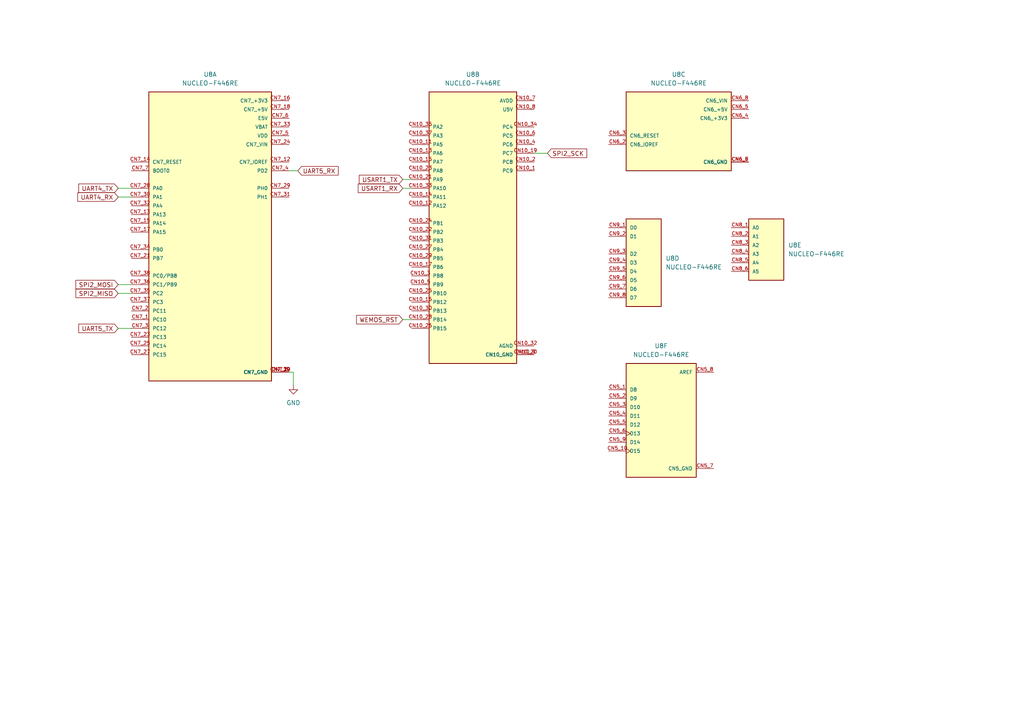
<source format=kicad_sch>
(kicad_sch (version 20231120) (generator "eeschema") (generator_version "8.0")
  (paper "A4")
  (title_block (title "MB02A1 - CPU Module") (date "2025-01-18") (rev "A1"))
  (lib_symbols
    (symbol "NUCLEO-F446RE:NUCLEO-F446RE" (pin_names (offset 1.016))
      (property "Reference" "U" (at -17.78 41.91 0))
      (property "Value" "NUCLEO-F446RE" (at -17.78 -44.45 0))
      (symbol "NUCLEO-F446RE_1_0"
        (rectangle (start -17.78 -43.18) (end 17.78 40.64) (stroke (width 0.254)) (fill (type background)))
        (pin bidirectional line (at -22.86 -25.4 0) (length 5.08) (name "PC10") (number "CN7_1"))
        (pin bidirectional line (at 22.86 20.32 180) (length 5.08) (name "CN7_IOREF") (number "CN7_12"))
        (pin bidirectional line (at -22.86 5.08 0) (length 5.08) (name "PA13") (number "CN7_13"))
        (pin bidirectional line (at -22.86 20.32 0) (length 5.08) (name "CN7_RESET") (number "CN7_14"))
        (pin bidirectional line (at -22.86 2.54 0) (length 5.08) (name "PA14") (number "CN7_15"))
        (pin power_in line (at 22.86 38.1 180) (length 5.08) (name "CN7_+3V3") (number "CN7_16"))
        (pin bidirectional line (at -22.86 0 0) (length 5.08) (name "PA15") (number "CN7_17"))
        (pin power_in line (at 22.86 35.56 180) (length 5.08) (name "CN7_+5V") (number "CN7_18"))
        (pin power_in line (at 22.86 -40.64 180) (length 5.08) (name "CN7_GND") (number "CN7_19"))
        (pin bidirectional line (at -22.86 -22.86 0) (length 5.08) (name "PC11") (number "CN7_2"))
        (pin power_in line (at 22.86 -40.64 180) (length 5.08) (name "CN7_GND") (number "CN7_20"))
        (pin bidirectional line (at -22.86 -7.62 0) (length 5.08) (name "PB7") (number "CN7_21"))
        (pin power_in line (at 22.86 -40.64 180) (length 5.08) (name "CN7_GND") (number "CN7_22"))
        (pin bidirectional line (at -22.86 -30.48 0) (length 5.08) (name "PC13") (number "CN7_23"))
        (pin power_in line (at 22.86 25.4 180) (length 5.08) (name "CN7_VIN") (number "CN7_24"))
        (pin bidirectional line (at -22.86 -33.02 0) (length 5.08) (name "PC14") (number "CN7_25"))
        (pin bidirectional line (at -22.86 -35.56 0) (length 5.08) (name "PC15") (number "CN7_27"))
        (pin bidirectional line (at -22.86 12.7 0) (length 5.08) (name "PA0") (number "CN7_28"))
        (pin bidirectional line (at 22.86 12.7 180) (length 5.08) (name "PH0") (number "CN7_29"))
        (pin bidirectional line (at -22.86 -27.94 0) (length 5.08) (name "PC12") (number "CN7_3"))
        (pin bidirectional line (at -22.86 10.16 0) (length 5.08) (name "PA1") (number "CN7_30"))
        (pin bidirectional line (at 22.86 10.16 180) (length 5.08) (name "PH1") (number "CN7_31"))
        (pin bidirectional line (at -22.86 7.62 0) (length 5.08) (name "PA4") (number "CN7_32"))
        (pin power_in line (at 22.86 30.48 180) (length 5.08) (name "VBAT") (number "CN7_33"))
        (pin bidirectional line (at -22.86 -5.08 0) (length 5.08) (name "PB0") (number "CN7_34"))
        (pin bidirectional line (at -22.86 -17.78 0) (length 5.08) (name "PC2") (number "CN7_35"))
        (pin bidirectional line (at -22.86 -15.24 0) (length 5.08) (name "PC1/PB9") (number "CN7_36"))
        (pin bidirectional line (at -22.86 -20.32 0) (length 5.08) (name "PC3") (number "CN7_37"))
        (pin bidirectional line (at -22.86 -12.7 0) (length 5.08) (name "PC0/PB8") (number "CN7_38"))
        (pin bidirectional line (at 22.86 17.78 180) (length 5.08) (name "PD2") (number "CN7_4"))
        (pin power_in line (at 22.86 27.94 180) (length 5.08) (name "VDD") (number "CN7_5"))
        (pin power_in line (at 22.86 33.02 180) (length 5.08) (name "E5V") (number "CN7_6"))
        (pin bidirectional line (at -22.86 17.78 0) (length 5.08) (name "BOOT0") (number "CN7_7"))
        (pin power_in line (at 22.86 -40.64 180) (length 5.08) (name "CN7_GND") (number "CN7_8"))
      )
      (symbol "NUCLEO-F446RE_2_0"
        (rectangle (start -12.7 -40.64) (end 12.7 38.1) (stroke (width 0.254)) (fill (type background)))
        (pin bidirectional line (at 17.78 15.24 180) (length 5.08) (name "PC9") (number "CN10_1"))
        (pin bidirectional line (at -17.78 22.86 0) (length 5.08) (name "PA5") (number "CN10_11"))
        (pin bidirectional line (at -17.78 5.08 0) (length 5.08) (name "PA12") (number "CN10_12"))
        (pin bidirectional line (at -17.78 20.32 0) (length 5.08) (name "PA6") (number "CN10_13"))
        (pin bidirectional line (at -17.78 7.62 0) (length 5.08) (name "PA11") (number "CN10_14"))
        (pin bidirectional line (at -17.78 17.78 0) (length 5.08) (name "PA7") (number "CN10_15"))
        (pin bidirectional line (at -17.78 -22.86 0) (length 5.08) (name "PB12") (number "CN10_16"))
        (pin bidirectional line (at -17.78 -12.7 0) (length 5.08) (name "PB6") (number "CN10_17"))
        (pin bidirectional line (at 17.78 20.32 180) (length 5.08) (name "PC7") (number "CN10_19"))
        (pin bidirectional line (at 17.78 17.78 180) (length 5.08) (name "PC8") (number "CN10_2"))
        (pin power_in line (at 17.78 -38.1 180) (length 5.08) (name "CN10_GND") (number "CN10_20"))
        (pin bidirectional line (at -17.78 12.7 0) (length 5.08) (name "PA9") (number "CN10_21"))
        (pin bidirectional line (at -17.78 -2.54 0) (length 5.08) (name "PB2") (number "CN10_22"))
        (pin bidirectional line (at -17.78 15.24 0) (length 5.08) (name "PA8") (number "CN10_23"))
        (pin bidirectional line (at -17.78 0 0) (length 5.08) (name "PB1") (number "CN10_24"))
        (pin bidirectional line (at -17.78 -20.32 0) (length 5.08) (name "PB10") (number "CN10_25"))
        (pin bidirectional line (at -17.78 -30.48 0) (length 5.08) (name "PB15") (number "CN10_26"))
        (pin bidirectional line (at -17.78 -7.62 0) (length 5.08) (name "PB4") (number "CN10_27"))
        (pin bidirectional line (at -17.78 -27.94 0) (length 5.08) (name "PB14") (number "CN10_28"))
        (pin bidirectional line (at -17.78 -10.16 0) (length 5.08) (name "PB5") (number "CN10_29"))
        (pin bidirectional line (at -17.78 -15.24 0) (length 5.08) (name "PB8") (number "CN10_3"))
        (pin bidirectional line (at -17.78 -25.4 0) (length 5.08) (name "PB13") (number "CN10_30"))
        (pin bidirectional line (at -17.78 -5.08 0) (length 5.08) (name "PB3") (number "CN10_31"))
        (pin power_in line (at 17.78 -35.56 180) (length 5.08) (name "AGND") (number "CN10_32"))
        (pin bidirectional line (at -17.78 10.16 0) (length 5.08) (name "PA10") (number "CN10_33"))
        (pin bidirectional line (at 17.78 27.94 180) (length 5.08) (name "PC4") (number "CN10_34"))
        (pin bidirectional line (at -17.78 27.94 0) (length 5.08) (name "PA2") (number "CN10_35"))
        (pin bidirectional line (at -17.78 25.4 0) (length 5.08) (name "PA3") (number "CN10_37"))
        (pin bidirectional line (at 17.78 22.86 180) (length 5.08) (name "PC6") (number "CN10_4"))
        (pin bidirectional line (at -17.78 -17.78 0) (length 5.08) (name "PB9") (number "CN10_5"))
        (pin bidirectional line (at 17.78 25.4 180) (length 5.08) (name "PC5") (number "CN10_6"))
        (pin power_in line (at 17.78 35.56 180) (length 5.08) (name "AVDD") (number "CN10_7"))
        (pin power_in line (at 17.78 33.02 180) (length 5.08) (name "U5V") (number "CN10_8"))
        (pin power_in line (at 17.78 -38.1 180) (length 5.08) (name "CN10_GND") (number "CN10_9"))
      )
      (symbol "NUCLEO-F446RE_3_0"
        (rectangle (start -15.24 -12.7) (end 15.24 10.16) (stroke (width 0.254)) (fill (type background)))
        (pin bidirectional line (at -20.32 -5.08 0) (length 5.08) (name "CN6_IOREF") (number "CN6_2"))
        (pin bidirectional line (at -20.32 -2.54 0) (length 5.08) (name "CN6_RESET") (number "CN6_3"))
        (pin power_in line (at 20.32 2.54 180) (length 5.08) (name "CN6_+3V3") (number "CN6_4"))
        (pin power_in line (at 20.32 5.08 180) (length 5.08) (name "CN6_+5V") (number "CN6_5"))
        (pin power_in line (at 20.32 -10.16 180) (length 5.08) (name "CN6_GND") (number "CN6_6"))
        (pin power_in line (at 20.32 -10.16 180) (length 5.08) (name "CN6_GND") (number "CN6_7"))
        (pin power_in line (at 20.32 7.62 180) (length 5.08) (name "CN6_VIN") (number "CN6_8"))
      )
      (symbol "NUCLEO-F446RE_4_0"
        (rectangle (start -5.08 -12.7) (end 5.08 12.7) (stroke (width 0.254)) (fill (type background)))
        (pin input line (at -10.16 10.16 0) (length 5.08) (name "D0") (number "CN9_1"))
        (pin output line (at -10.16 7.62 0) (length 5.08) (name "D1") (number "CN9_2"))
        (pin bidirectional line (at -10.16 2.54 0) (length 5.08) (name "D2") (number "CN9_3"))
        (pin bidirectional line (at -10.16 0 0) (length 5.08) (name "D3") (number "CN9_4"))
        (pin bidirectional line (at -10.16 -2.54 0) (length 5.08) (name "D4") (number "CN9_5"))
        (pin bidirectional line (at -10.16 -5.08 0) (length 5.08) (name "D5") (number "CN9_6"))
        (pin bidirectional line (at -10.16 -7.62 0) (length 5.08) (name "D6") (number "CN9_7"))
        (pin bidirectional line (at -10.16 -10.16 0) (length 5.08) (name "D7") (number "CN9_8"))
      )
      (symbol "NUCLEO-F446RE_5_0"
        (rectangle (start -5.08 -10.16) (end 5.08 7.62) (stroke (width 0.254)) (fill (type background)))
        (pin input line (at -10.16 5.08 0) (length 5.08) (name "A0") (number "CN8_1"))
        (pin input line (at -10.16 2.54 0) (length 5.08) (name "A1") (number "CN8_2"))
        (pin input line (at -10.16 0 0) (length 5.08) (name "A2") (number "CN8_3"))
        (pin input line (at -10.16 -2.54 0) (length 5.08) (name "A3") (number "CN8_4"))
        (pin input line (at -10.16 -5.08 0) (length 5.08) (name "A4") (number "CN8_5"))
        (pin input line (at -10.16 -7.62 0) (length 5.08) (name "A5") (number "CN8_6"))
      )
      (symbol "NUCLEO-F446RE_6_0"
        (rectangle (start -10.16 -17.78) (end 10.16 15.24) (stroke (width 0.254)) (fill (type background)))
        (pin bidirectional line (at -15.24 7.62 0) (length 5.08) (name "D8") (number "CN5_1"))
        (pin bidirectional clock (at -15.24 -10.16 0) (length 5.08) (name "D15") (number "CN5_10"))
        (pin bidirectional line (at -15.24 5.08 0) (length 5.08) (name "D9") (number "CN5_2"))
        (pin bidirectional line (at -15.24 2.54 0) (length 5.08) (name "D10") (number "CN5_3"))
        (pin bidirectional line (at -15.24 0 0) (length 5.08) (name "D11") (number "CN5_4"))
        (pin bidirectional line (at -15.24 -2.54 0) (length 5.08) (name "D12") (number "CN5_5"))
        (pin bidirectional clock (at -15.24 -5.08 0) (length 5.08) (name "D13") (number "CN5_6"))
        (pin power_in line (at 15.24 -15.24 180) (length 5.08) (name "CN5_GND") (number "CN5_7"))
        (pin power_in line (at 15.24 12.7 180) (length 5.08) (name "AREF") (number "CN5_8"))
        (pin bidirectional line (at -15.24 -7.62 0) (length 5.08) (name "D14") (number "CN5_9"))
      )
    )
    (symbol "power:GND" (power) (pin_numbers hide) (pin_names (offset 0) hide)
      (property "Value" "GND" (at 0 -3.81 0))
      (symbol "GND_0_1"
        (polyline (pts (xy 0 0) (xy 0 -1.27) (xy 1.27 -1.27) (xy 0 -2.54) (xy -1.27 -1.27) (xy 0 -1.27)))
      )
      (symbol "GND_1_1"
        (pin power_in line (at 0 0 270) (length 0) (name "~") (number "1"))
      )
    )
  )
  (wire (pts (xy 34.29 54.61) (xy 38.1 54.61)))
  (wire (pts (xy 34.29 57.15) (xy 38.1 57.15)))
  (wire (pts (xy 154.94 44.45) (xy 158.75 44.45)))
  (wire (pts (xy 34.29 85.09) (xy 38.1 85.09)))
  (wire (pts (xy 116.84 54.61) (xy 119.38 54.61)))
  (wire (pts (xy 34.29 82.55) (xy 38.1 82.55)))
  (wire (pts (xy 83.82 107.95) (xy 85.09 107.95)))
  (wire (pts (xy 116.84 52.07) (xy 119.38 52.07)))
  (wire (pts (xy 85.09 107.95) (xy 85.09 111.76)))
  (wire (pts (xy 116.84 92.71) (xy 119.38 92.71)))
  (wire (pts (xy 34.29 95.25) (xy 38.1 95.25)))
  (wire (pts (xy 83.82 49.53) (xy 86.36 49.53)))
  (global_label "UART5_TX" (shape input) (at 34.29 95.25 180) (property "Intersheetrefs" "${INTERSHEET_REFS}" (effects (hide yes))))
  (global_label "SPI2_MOSI" (shape input) (at 34.29 82.55 180) (property "Intersheetrefs" "${INTERSHEET_REFS}" (effects (hide yes))))
  (global_label "SPI2_SCK" (shape input) (at 158.75 44.45 0) (property "Intersheetrefs" "${INTERSHEET_REFS}" (effects (hide yes))))
  (global_label "UART4_TX" (shape input) (at 34.29 54.61 180) (property "Intersheetrefs" "${INTERSHEET_REFS}" (effects (hide yes))))
  (global_label "USART1_RX" (shape input) (at 116.84 54.61 180) (property "Intersheetrefs" "${INTERSHEET_REFS}" (effects (hide yes))))
  (global_label "SPI2_MISO" (shape input) (at 34.29 85.09 180) (property "Intersheetrefs" "${INTERSHEET_REFS}" (effects (hide yes))))
  (global_label "UART4_RX" (shape input) (at 34.29 57.15 180) (property "Intersheetrefs" "${INTERSHEET_REFS}" (effects (hide yes))))
  (global_label "WEMOS_RST" (shape input) (at 116.84 92.71 180) (property "Intersheetrefs" "${INTERSHEET_REFS}" (effects (hide yes))))
  (global_label "UART5_RX" (shape input) (at 86.36 49.53 0) (property "Intersheetrefs" "${INTERSHEET_REFS}" (effects (hide yes))))
  (global_label "USART1_TX" (shape input) (at 116.84 52.07 180) (property "Intersheetrefs" "${INTERSHEET_REFS}" (effects (hide yes))))
  (symbol (lib_id "NUCLEO-F446RE:NUCLEO-F446RE") (at 222.25 71.12 0) (unit 5)
    (property "Reference" "U8" (at 228.6 71.1199 0) (effects (justify left)))
    (property "Value" "NUCLEO-F446RE" (at 228.6 73.6599 0) (effects (justify left)))
    (property "Footprint" "NUCLEO-F446RE:MODULE_NUCLEO-F446RE" (effects (hide yes)))
    (property "DigiKey_Part_Number" "497-15882-ND" (effects (hide yes)))
    (property "SnapEDA_Link" "https://www.snapeda.com/parts/NUCLEO-F446RE/STMicroelectronics/view-part/?ref=snap" (effects (hide yes)))
    (property "Package" "None" (effects (hide yes)))
    (property "Check_prices" "https://www.snapeda.com/parts/NUCLEO-F446RE/STMicroelectronics/view-part/?ref=eda" (effects (hide yes)))
    (property "STANDARD" "Manufacturer Recommendations" (effects (hide yes)))
    (property "PARTREV" "13" (effects (hide yes)))
    (property "MF" "STMicroelectronics" (effects (hide yes)))
    (property "MP" "NUCLEO-F446RE" (effects (hide yes)))
    (property "Description_1" "\n                        \n                            STM32F446RE, mbed-Enabled Development Nucleo-64 STM32F4 ARM® Cortex®-M4 MCU 32-Bit Embedded Evaluation Board\n                        \n" (effects (hide yes)))
    (property "MANUFACTURER" "STMicroelectronics" (effects (hide yes)))
  )
  (symbol (lib_id "NUCLEO-F446RE:NUCLEO-F446RE") (at 186.69 76.2 0) (unit 4)
    (property "Reference" "U8" (at 193.04 74.9299 0) (effects (justify left)))
    (property "Value" "NUCLEO-F446RE" (at 193.04 77.4699 0) (effects (justify left)))
    (property "Footprint" "NUCLEO-F446RE:MODULE_NUCLEO-F446RE" (effects (hide yes)))
    (property "DigiKey_Part_Number" "497-15882-ND" (effects (hide yes)))
    (property "SnapEDA_Link" "https://www.snapeda.com/parts/NUCLEO-F446RE/STMicroelectronics/view-part/?ref=snap" (effects (hide yes)))
    (property "Package" "None" (effects (hide yes)))
    (property "Check_prices" "https://www.snapeda.com/parts/NUCLEO-F446RE/STMicroelectronics/view-part/?ref=eda" (effects (hide yes)))
    (property "STANDARD" "Manufacturer Recommendations" (effects (hide yes)))
    (property "PARTREV" "13" (effects (hide yes)))
    (property "MF" "STMicroelectronics" (effects (hide yes)))
    (property "MP" "NUCLEO-F446RE" (effects (hide yes)))
    (property "Description_1" "\n                        \n                            STM32F446RE, mbed-Enabled Development Nucleo-64 STM32F4 ARM® Cortex®-M4 MCU 32-Bit Embedded Evaluation Board\n                        \n" (effects (hide yes)))
    (property "MANUFACTURER" "STMicroelectronics" (effects (hide yes)))
  )
  (symbol (lib_id "NUCLEO-F446RE:NUCLEO-F446RE") (at 60.96 67.31 0) (unit 1)
    (property "Reference" "U8" (at 60.96 21.59 0))
    (property "Value" "NUCLEO-F446RE" (at 60.96 24.13 0))
    (property "Footprint" "NUCLEO-F446RE:MODULE_NUCLEO-F446RE" (effects (hide yes)))
    (property "DigiKey_Part_Number" "497-15882-ND" (effects (hide yes)))
    (property "SnapEDA_Link" "https://www.snapeda.com/parts/NUCLEO-F446RE/STMicroelectronics/view-part/?ref=snap" (effects (hide yes)))
    (property "Package" "None" (effects (hide yes)))
    (property "Check_prices" "https://www.snapeda.com/parts/NUCLEO-F446RE/STMicroelectronics/view-part/?ref=eda" (effects (hide yes)))
    (property "STANDARD" "Manufacturer Recommendations" (effects (hide yes)))
    (property "PARTREV" "13" (effects (hide yes)))
    (property "MF" "STMicroelectronics" (effects (hide yes)))
    (property "MP" "NUCLEO-F446RE" (effects (hide yes)))
    (property "Description_1" "\n                        \n                            STM32F446RE, mbed-Enabled Development Nucleo-64 STM32F4 ARM® Cortex®-M4 MCU 32-Bit Embedded Evaluation Board\n                        \n" (effects (hide yes)))
    (property "MANUFACTURER" "STMicroelectronics" (effects (hide yes)))
  )
  (symbol (lib_id "NUCLEO-F446RE:NUCLEO-F446RE") (at 191.77 120.65 0) (unit 6)
    (property "Reference" "U8" (at 191.77 100.33 0))
    (property "Value" "NUCLEO-F446RE" (at 191.77 102.87 0))
    (property "Footprint" "NUCLEO-F446RE:MODULE_NUCLEO-F446RE" (effects (hide yes)))
    (property "DigiKey_Part_Number" "497-15882-ND" (effects (hide yes)))
    (property "SnapEDA_Link" "https://www.snapeda.com/parts/NUCLEO-F446RE/STMicroelectronics/view-part/?ref=snap" (effects (hide yes)))
    (property "Package" "None" (effects (hide yes)))
    (property "Check_prices" "https://www.snapeda.com/parts/NUCLEO-F446RE/STMicroelectronics/view-part/?ref=eda" (effects (hide yes)))
    (property "STANDARD" "Manufacturer Recommendations" (effects (hide yes)))
    (property "PARTREV" "13" (effects (hide yes)))
    (property "MF" "STMicroelectronics" (effects (hide yes)))
    (property "MP" "NUCLEO-F446RE" (effects (hide yes)))
    (property "Description_1" "\n                        \n                            STM32F446RE, mbed-Enabled Development Nucleo-64 STM32F4 ARM® Cortex®-M4 MCU 32-Bit Embedded Evaluation Board\n                        \n" (effects (hide yes)))
    (property "MANUFACTURER" "STMicroelectronics" (effects (hide yes)))
  )
  (symbol (lib_id "NUCLEO-F446RE:NUCLEO-F446RE") (at 196.85 36.83 0) (unit 3)
    (property "Reference" "U8" (at 196.85 21.59 0))
    (property "Value" "NUCLEO-F446RE" (at 196.85 24.13 0))
    (property "Footprint" "NUCLEO-F446RE:MODULE_NUCLEO-F446RE" (effects (hide yes)))
    (property "DigiKey_Part_Number" "497-15882-ND" (effects (hide yes)))
    (property "SnapEDA_Link" "https://www.snapeda.com/parts/NUCLEO-F446RE/STMicroelectronics/view-part/?ref=snap" (effects (hide yes)))
    (property "Package" "None" (effects (hide yes)))
    (property "Check_prices" "https://www.snapeda.com/parts/NUCLEO-F446RE/STMicroelectronics/view-part/?ref=eda" (effects (hide yes)))
    (property "STANDARD" "Manufacturer Recommendations" (effects (hide yes)))
    (property "PARTREV" "13" (effects (hide yes)))
    (property "MF" "STMicroelectronics" (effects (hide yes)))
    (property "MP" "NUCLEO-F446RE" (effects (hide yes)))
    (property "Description_1" "\n                        \n                            STM32F446RE, mbed-Enabled Development Nucleo-64 STM32F4 ARM® Cortex®-M4 MCU 32-Bit Embedded Evaluation Board\n                        \n" (effects (hide yes)))
    (property "MANUFACTURER" "STMicroelectronics" (effects (hide yes)))
  )
  (symbol (lib_id "power:GND") (at 85.09 111.76 0) (unit 1)
    (property "Reference" "#PWR034" (effects (hide yes)))
    (property "Value" "GND" (at 85.09 116.84 0))
    (property "Description" "Power symbol creates a global label with name \"GND\" , ground" (effects (hide yes)))
  )
  (symbol (lib_id "NUCLEO-F446RE:NUCLEO-F446RE") (at 137.16 64.77 0) (unit 2)
    (property "Reference" "U8" (at 137.16 21.59 0))
    (property "Value" "NUCLEO-F446RE" (at 137.16 24.13 0))
    (property "Footprint" "NUCLEO-F446RE:MODULE_NUCLEO-F446RE" (effects (hide yes)))
    (property "DigiKey_Part_Number" "497-15882-ND" (effects (hide yes)))
    (property "SnapEDA_Link" "https://www.snapeda.com/parts/NUCLEO-F446RE/STMicroelectronics/view-part/?ref=snap" (effects (hide yes)))
    (property "Package" "None" (effects (hide yes)))
    (property "Check_prices" "https://www.snapeda.com/parts/NUCLEO-F446RE/STMicroelectronics/view-part/?ref=eda" (effects (hide yes)))
    (property "STANDARD" "Manufacturer Recommendations" (effects (hide yes)))
    (property "PARTREV" "13" (effects (hide yes)))
    (property "MF" "STMicroelectronics" (effects (hide yes)))
    (property "MP" "NUCLEO-F446RE" (effects (hide yes)))
    (property "Description_1" "\n                        \n                            STM32F446RE, mbed-Enabled Development Nucleo-64 STM32F4 ARM® Cortex®-M4 MCU 32-Bit Embedded Evaluation Board\n                        \n" (effects (hide yes)))
    (property "MANUFACTURER" "STMicroelectronics" (effects (hide yes)))
  )
)
</source>
